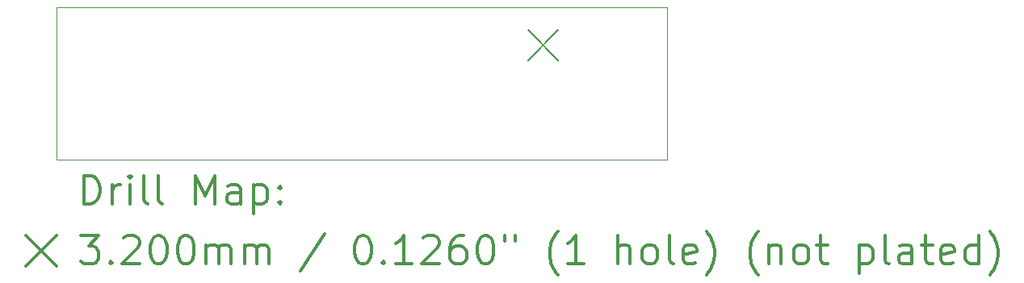
<source format=gbr>
%FSLAX45Y45*%
G04 Gerber Fmt 4.5, Leading zero omitted, Abs format (unit mm)*
G04 Created by KiCad (PCBNEW 5.99.0+really5.1.10+dfsg1-1) date 2022-02-16 19:47:37*
%MOMM*%
%LPD*%
G01*
G04 APERTURE LIST*
%TA.AperFunction,Profile*%
%ADD10C,0.050000*%
%TD*%
%ADD11C,0.200000*%
%ADD12C,0.300000*%
G04 APERTURE END LIST*
D10*
X7900000Y-10600000D02*
X7900000Y-9000000D01*
X14300000Y-10600000D02*
X7900000Y-10600000D01*
X14300000Y-9000000D02*
X14300000Y-10600000D01*
X7900000Y-9000000D02*
X14300000Y-9000000D01*
D11*
X12840000Y-9240000D02*
X13160000Y-9560000D01*
X13160000Y-9240000D02*
X12840000Y-9560000D01*
D12*
X8183928Y-11068214D02*
X8183928Y-10768214D01*
X8255357Y-10768214D01*
X8298214Y-10782500D01*
X8326786Y-10811072D01*
X8341071Y-10839643D01*
X8355357Y-10896786D01*
X8355357Y-10939643D01*
X8341071Y-10996786D01*
X8326786Y-11025357D01*
X8298214Y-11053929D01*
X8255357Y-11068214D01*
X8183928Y-11068214D01*
X8483928Y-11068214D02*
X8483928Y-10868214D01*
X8483928Y-10925357D02*
X8498214Y-10896786D01*
X8512500Y-10882500D01*
X8541071Y-10868214D01*
X8569643Y-10868214D01*
X8669643Y-11068214D02*
X8669643Y-10868214D01*
X8669643Y-10768214D02*
X8655357Y-10782500D01*
X8669643Y-10796786D01*
X8683928Y-10782500D01*
X8669643Y-10768214D01*
X8669643Y-10796786D01*
X8855357Y-11068214D02*
X8826786Y-11053929D01*
X8812500Y-11025357D01*
X8812500Y-10768214D01*
X9012500Y-11068214D02*
X8983928Y-11053929D01*
X8969643Y-11025357D01*
X8969643Y-10768214D01*
X9355357Y-11068214D02*
X9355357Y-10768214D01*
X9455357Y-10982500D01*
X9555357Y-10768214D01*
X9555357Y-11068214D01*
X9826786Y-11068214D02*
X9826786Y-10911072D01*
X9812500Y-10882500D01*
X9783928Y-10868214D01*
X9726786Y-10868214D01*
X9698214Y-10882500D01*
X9826786Y-11053929D02*
X9798214Y-11068214D01*
X9726786Y-11068214D01*
X9698214Y-11053929D01*
X9683928Y-11025357D01*
X9683928Y-10996786D01*
X9698214Y-10968214D01*
X9726786Y-10953929D01*
X9798214Y-10953929D01*
X9826786Y-10939643D01*
X9969643Y-10868214D02*
X9969643Y-11168214D01*
X9969643Y-10882500D02*
X9998214Y-10868214D01*
X10055357Y-10868214D01*
X10083928Y-10882500D01*
X10098214Y-10896786D01*
X10112500Y-10925357D01*
X10112500Y-11011072D01*
X10098214Y-11039643D01*
X10083928Y-11053929D01*
X10055357Y-11068214D01*
X9998214Y-11068214D01*
X9969643Y-11053929D01*
X10241071Y-11039643D02*
X10255357Y-11053929D01*
X10241071Y-11068214D01*
X10226786Y-11053929D01*
X10241071Y-11039643D01*
X10241071Y-11068214D01*
X10241071Y-10882500D02*
X10255357Y-10896786D01*
X10241071Y-10911072D01*
X10226786Y-10896786D01*
X10241071Y-10882500D01*
X10241071Y-10911072D01*
X7577500Y-11402500D02*
X7897500Y-11722500D01*
X7897500Y-11402500D02*
X7577500Y-11722500D01*
X8155357Y-11398214D02*
X8341071Y-11398214D01*
X8241071Y-11512500D01*
X8283928Y-11512500D01*
X8312500Y-11526786D01*
X8326786Y-11541071D01*
X8341071Y-11569643D01*
X8341071Y-11641071D01*
X8326786Y-11669643D01*
X8312500Y-11683929D01*
X8283928Y-11698214D01*
X8198214Y-11698214D01*
X8169643Y-11683929D01*
X8155357Y-11669643D01*
X8469643Y-11669643D02*
X8483928Y-11683929D01*
X8469643Y-11698214D01*
X8455357Y-11683929D01*
X8469643Y-11669643D01*
X8469643Y-11698214D01*
X8598214Y-11426786D02*
X8612500Y-11412500D01*
X8641071Y-11398214D01*
X8712500Y-11398214D01*
X8741071Y-11412500D01*
X8755357Y-11426786D01*
X8769643Y-11455357D01*
X8769643Y-11483929D01*
X8755357Y-11526786D01*
X8583928Y-11698214D01*
X8769643Y-11698214D01*
X8955357Y-11398214D02*
X8983928Y-11398214D01*
X9012500Y-11412500D01*
X9026786Y-11426786D01*
X9041071Y-11455357D01*
X9055357Y-11512500D01*
X9055357Y-11583929D01*
X9041071Y-11641071D01*
X9026786Y-11669643D01*
X9012500Y-11683929D01*
X8983928Y-11698214D01*
X8955357Y-11698214D01*
X8926786Y-11683929D01*
X8912500Y-11669643D01*
X8898214Y-11641071D01*
X8883928Y-11583929D01*
X8883928Y-11512500D01*
X8898214Y-11455357D01*
X8912500Y-11426786D01*
X8926786Y-11412500D01*
X8955357Y-11398214D01*
X9241071Y-11398214D02*
X9269643Y-11398214D01*
X9298214Y-11412500D01*
X9312500Y-11426786D01*
X9326786Y-11455357D01*
X9341071Y-11512500D01*
X9341071Y-11583929D01*
X9326786Y-11641071D01*
X9312500Y-11669643D01*
X9298214Y-11683929D01*
X9269643Y-11698214D01*
X9241071Y-11698214D01*
X9212500Y-11683929D01*
X9198214Y-11669643D01*
X9183928Y-11641071D01*
X9169643Y-11583929D01*
X9169643Y-11512500D01*
X9183928Y-11455357D01*
X9198214Y-11426786D01*
X9212500Y-11412500D01*
X9241071Y-11398214D01*
X9469643Y-11698214D02*
X9469643Y-11498214D01*
X9469643Y-11526786D02*
X9483928Y-11512500D01*
X9512500Y-11498214D01*
X9555357Y-11498214D01*
X9583928Y-11512500D01*
X9598214Y-11541071D01*
X9598214Y-11698214D01*
X9598214Y-11541071D02*
X9612500Y-11512500D01*
X9641071Y-11498214D01*
X9683928Y-11498214D01*
X9712500Y-11512500D01*
X9726786Y-11541071D01*
X9726786Y-11698214D01*
X9869643Y-11698214D02*
X9869643Y-11498214D01*
X9869643Y-11526786D02*
X9883928Y-11512500D01*
X9912500Y-11498214D01*
X9955357Y-11498214D01*
X9983928Y-11512500D01*
X9998214Y-11541071D01*
X9998214Y-11698214D01*
X9998214Y-11541071D02*
X10012500Y-11512500D01*
X10041071Y-11498214D01*
X10083928Y-11498214D01*
X10112500Y-11512500D01*
X10126786Y-11541071D01*
X10126786Y-11698214D01*
X10712500Y-11383929D02*
X10455357Y-11769643D01*
X11098214Y-11398214D02*
X11126786Y-11398214D01*
X11155357Y-11412500D01*
X11169643Y-11426786D01*
X11183928Y-11455357D01*
X11198214Y-11512500D01*
X11198214Y-11583929D01*
X11183928Y-11641071D01*
X11169643Y-11669643D01*
X11155357Y-11683929D01*
X11126786Y-11698214D01*
X11098214Y-11698214D01*
X11069643Y-11683929D01*
X11055357Y-11669643D01*
X11041071Y-11641071D01*
X11026786Y-11583929D01*
X11026786Y-11512500D01*
X11041071Y-11455357D01*
X11055357Y-11426786D01*
X11069643Y-11412500D01*
X11098214Y-11398214D01*
X11326786Y-11669643D02*
X11341071Y-11683929D01*
X11326786Y-11698214D01*
X11312500Y-11683929D01*
X11326786Y-11669643D01*
X11326786Y-11698214D01*
X11626786Y-11698214D02*
X11455357Y-11698214D01*
X11541071Y-11698214D02*
X11541071Y-11398214D01*
X11512500Y-11441071D01*
X11483928Y-11469643D01*
X11455357Y-11483929D01*
X11741071Y-11426786D02*
X11755357Y-11412500D01*
X11783928Y-11398214D01*
X11855357Y-11398214D01*
X11883928Y-11412500D01*
X11898214Y-11426786D01*
X11912500Y-11455357D01*
X11912500Y-11483929D01*
X11898214Y-11526786D01*
X11726786Y-11698214D01*
X11912500Y-11698214D01*
X12169643Y-11398214D02*
X12112500Y-11398214D01*
X12083928Y-11412500D01*
X12069643Y-11426786D01*
X12041071Y-11469643D01*
X12026786Y-11526786D01*
X12026786Y-11641071D01*
X12041071Y-11669643D01*
X12055357Y-11683929D01*
X12083928Y-11698214D01*
X12141071Y-11698214D01*
X12169643Y-11683929D01*
X12183928Y-11669643D01*
X12198214Y-11641071D01*
X12198214Y-11569643D01*
X12183928Y-11541071D01*
X12169643Y-11526786D01*
X12141071Y-11512500D01*
X12083928Y-11512500D01*
X12055357Y-11526786D01*
X12041071Y-11541071D01*
X12026786Y-11569643D01*
X12383928Y-11398214D02*
X12412500Y-11398214D01*
X12441071Y-11412500D01*
X12455357Y-11426786D01*
X12469643Y-11455357D01*
X12483928Y-11512500D01*
X12483928Y-11583929D01*
X12469643Y-11641071D01*
X12455357Y-11669643D01*
X12441071Y-11683929D01*
X12412500Y-11698214D01*
X12383928Y-11698214D01*
X12355357Y-11683929D01*
X12341071Y-11669643D01*
X12326786Y-11641071D01*
X12312500Y-11583929D01*
X12312500Y-11512500D01*
X12326786Y-11455357D01*
X12341071Y-11426786D01*
X12355357Y-11412500D01*
X12383928Y-11398214D01*
X12598214Y-11398214D02*
X12598214Y-11455357D01*
X12712500Y-11398214D02*
X12712500Y-11455357D01*
X13155357Y-11812500D02*
X13141071Y-11798214D01*
X13112500Y-11755357D01*
X13098214Y-11726786D01*
X13083928Y-11683929D01*
X13069643Y-11612500D01*
X13069643Y-11555357D01*
X13083928Y-11483929D01*
X13098214Y-11441071D01*
X13112500Y-11412500D01*
X13141071Y-11369643D01*
X13155357Y-11355357D01*
X13426786Y-11698214D02*
X13255357Y-11698214D01*
X13341071Y-11698214D02*
X13341071Y-11398214D01*
X13312500Y-11441071D01*
X13283928Y-11469643D01*
X13255357Y-11483929D01*
X13783928Y-11698214D02*
X13783928Y-11398214D01*
X13912500Y-11698214D02*
X13912500Y-11541071D01*
X13898214Y-11512500D01*
X13869643Y-11498214D01*
X13826786Y-11498214D01*
X13798214Y-11512500D01*
X13783928Y-11526786D01*
X14098214Y-11698214D02*
X14069643Y-11683929D01*
X14055357Y-11669643D01*
X14041071Y-11641071D01*
X14041071Y-11555357D01*
X14055357Y-11526786D01*
X14069643Y-11512500D01*
X14098214Y-11498214D01*
X14141071Y-11498214D01*
X14169643Y-11512500D01*
X14183928Y-11526786D01*
X14198214Y-11555357D01*
X14198214Y-11641071D01*
X14183928Y-11669643D01*
X14169643Y-11683929D01*
X14141071Y-11698214D01*
X14098214Y-11698214D01*
X14369643Y-11698214D02*
X14341071Y-11683929D01*
X14326786Y-11655357D01*
X14326786Y-11398214D01*
X14598214Y-11683929D02*
X14569643Y-11698214D01*
X14512500Y-11698214D01*
X14483928Y-11683929D01*
X14469643Y-11655357D01*
X14469643Y-11541071D01*
X14483928Y-11512500D01*
X14512500Y-11498214D01*
X14569643Y-11498214D01*
X14598214Y-11512500D01*
X14612500Y-11541071D01*
X14612500Y-11569643D01*
X14469643Y-11598214D01*
X14712500Y-11812500D02*
X14726786Y-11798214D01*
X14755357Y-11755357D01*
X14769643Y-11726786D01*
X14783928Y-11683929D01*
X14798214Y-11612500D01*
X14798214Y-11555357D01*
X14783928Y-11483929D01*
X14769643Y-11441071D01*
X14755357Y-11412500D01*
X14726786Y-11369643D01*
X14712500Y-11355357D01*
X15255357Y-11812500D02*
X15241071Y-11798214D01*
X15212500Y-11755357D01*
X15198214Y-11726786D01*
X15183928Y-11683929D01*
X15169643Y-11612500D01*
X15169643Y-11555357D01*
X15183928Y-11483929D01*
X15198214Y-11441071D01*
X15212500Y-11412500D01*
X15241071Y-11369643D01*
X15255357Y-11355357D01*
X15369643Y-11498214D02*
X15369643Y-11698214D01*
X15369643Y-11526786D02*
X15383928Y-11512500D01*
X15412500Y-11498214D01*
X15455357Y-11498214D01*
X15483928Y-11512500D01*
X15498214Y-11541071D01*
X15498214Y-11698214D01*
X15683928Y-11698214D02*
X15655357Y-11683929D01*
X15641071Y-11669643D01*
X15626786Y-11641071D01*
X15626786Y-11555357D01*
X15641071Y-11526786D01*
X15655357Y-11512500D01*
X15683928Y-11498214D01*
X15726786Y-11498214D01*
X15755357Y-11512500D01*
X15769643Y-11526786D01*
X15783928Y-11555357D01*
X15783928Y-11641071D01*
X15769643Y-11669643D01*
X15755357Y-11683929D01*
X15726786Y-11698214D01*
X15683928Y-11698214D01*
X15869643Y-11498214D02*
X15983928Y-11498214D01*
X15912500Y-11398214D02*
X15912500Y-11655357D01*
X15926786Y-11683929D01*
X15955357Y-11698214D01*
X15983928Y-11698214D01*
X16312500Y-11498214D02*
X16312500Y-11798214D01*
X16312500Y-11512500D02*
X16341071Y-11498214D01*
X16398214Y-11498214D01*
X16426786Y-11512500D01*
X16441071Y-11526786D01*
X16455357Y-11555357D01*
X16455357Y-11641071D01*
X16441071Y-11669643D01*
X16426786Y-11683929D01*
X16398214Y-11698214D01*
X16341071Y-11698214D01*
X16312500Y-11683929D01*
X16626786Y-11698214D02*
X16598214Y-11683929D01*
X16583928Y-11655357D01*
X16583928Y-11398214D01*
X16869643Y-11698214D02*
X16869643Y-11541071D01*
X16855357Y-11512500D01*
X16826786Y-11498214D01*
X16769643Y-11498214D01*
X16741071Y-11512500D01*
X16869643Y-11683929D02*
X16841071Y-11698214D01*
X16769643Y-11698214D01*
X16741071Y-11683929D01*
X16726786Y-11655357D01*
X16726786Y-11626786D01*
X16741071Y-11598214D01*
X16769643Y-11583929D01*
X16841071Y-11583929D01*
X16869643Y-11569643D01*
X16969643Y-11498214D02*
X17083928Y-11498214D01*
X17012500Y-11398214D02*
X17012500Y-11655357D01*
X17026786Y-11683929D01*
X17055357Y-11698214D01*
X17083928Y-11698214D01*
X17298214Y-11683929D02*
X17269643Y-11698214D01*
X17212500Y-11698214D01*
X17183928Y-11683929D01*
X17169643Y-11655357D01*
X17169643Y-11541071D01*
X17183928Y-11512500D01*
X17212500Y-11498214D01*
X17269643Y-11498214D01*
X17298214Y-11512500D01*
X17312500Y-11541071D01*
X17312500Y-11569643D01*
X17169643Y-11598214D01*
X17569643Y-11698214D02*
X17569643Y-11398214D01*
X17569643Y-11683929D02*
X17541071Y-11698214D01*
X17483928Y-11698214D01*
X17455357Y-11683929D01*
X17441071Y-11669643D01*
X17426786Y-11641071D01*
X17426786Y-11555357D01*
X17441071Y-11526786D01*
X17455357Y-11512500D01*
X17483928Y-11498214D01*
X17541071Y-11498214D01*
X17569643Y-11512500D01*
X17683928Y-11812500D02*
X17698214Y-11798214D01*
X17726786Y-11755357D01*
X17741071Y-11726786D01*
X17755357Y-11683929D01*
X17769643Y-11612500D01*
X17769643Y-11555357D01*
X17755357Y-11483929D01*
X17741071Y-11441071D01*
X17726786Y-11412500D01*
X17698214Y-11369643D01*
X17683928Y-11355357D01*
M02*

</source>
